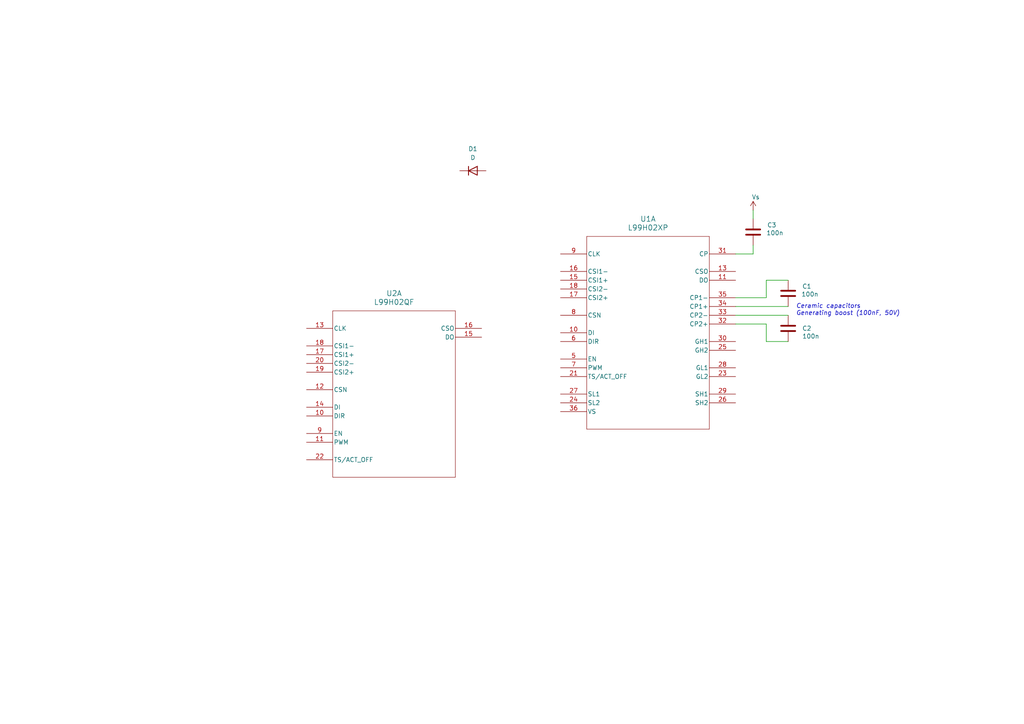
<source format=kicad_sch>
(kicad_sch (version 20231120) (generator "eeschema") (generator_version "8.0")
  (paper "A4")
  (lib_symbols
    (symbol "Device:C" (pin_numbers hide) (pin_names (offset 0.254))
      (property "Reference" "C" (at 0.635 2.54 0))
      (property "Value" "C" (at 0.635 -2.54 0))
      (symbol "C_0_1"
        (polyline (pts (xy -2.032 -0.762) (xy 2.032 -0.762)) (stroke (width 0.508)))
        (polyline (pts (xy -2.032 0.762) (xy 2.032 0.762)) (stroke (width 0.508)))
      )
      (symbol "C_1_1"
        (pin passive line (at 0 3.81 270) (length 2.794) (name "~") (number "1"))
        (pin passive line (at 0 -3.81 90) (length 2.794) (name "~") (number "2"))
      )
    )
    (symbol "Device:D" (pin_numbers hide) (pin_names (offset 1.016) hide)
      (property "Reference" "D" (at 0 2.54 0))
      (property "Value" "D" (at 0 -2.54 0))
      (symbol "D_0_1"
        (polyline (pts (xy -1.27 1.27) (xy -1.27 -1.27)) (stroke (width 0.254)))
        (polyline (pts (xy 1.27 0) (xy -1.27 0)))
        (polyline (pts (xy 1.27 1.27) (xy 1.27 -1.27) (xy -1.27 0) (xy 1.27 1.27)) (stroke (width 0.254)))
      )
      (symbol "D_1_1"
        (pin passive line (at -3.81 0 0) (length 2.54) (name "K") (number "1"))
        (pin passive line (at 3.81 0 180) (length 2.54) (name "A") (number "2"))
      )
    )
    (symbol "L99H02QF:L99H02QF" (pin_names (offset 0.254))
      (property "Reference" "U" (at 25.4 10.16 0))
      (property "Value" "L99H02QF" (at 25.4 7.62 0))
      (symbol "L99H02QF_1_1"
        (polyline (pts (xy 7.62 -43.18) (xy 43.18 -43.18)) (stroke (width 0.127)))
        (polyline (pts (xy 7.62 5.08) (xy 7.62 -43.18)) (stroke (width 0.127)))
        (polyline (pts (xy 43.18 -43.18) (xy 43.18 5.08)) (stroke (width 0.127)))
        (polyline (pts (xy 43.18 5.08) (xy 7.62 5.08)) (stroke (width 0.127)))
        (pin input line (at 0 -25.4 0) (length 7.62) (name "DIR") (number "10"))
        (pin input line (at 0 -33.02 0) (length 7.62) (name "PWM") (number "11"))
        (pin input line (at 0 -17.78 0) (length 7.62) (name "CSN") (number "12"))
        (pin input line (at 0 0 0) (length 7.62) (name "CLK") (number "13"))
        (pin input line (at 0 -22.86 0) (length 7.62) (name "DI") (number "14"))
        (pin output line (at 50.8 -2.54 180) (length 7.62) (name "DO") (number "15"))
        (pin output line (at 50.8 0 180) (length 7.62) (name "CSO") (number "16"))
        (pin input line (at 0 -7.62 0) (length 7.62) (name "CSI1+") (number "17"))
        (pin input line (at 0 -5.08 0) (length 7.62) (name "CSI1-") (number "18"))
        (pin input line (at 0 -12.7 0) (length 7.62) (name "CSI2+") (number "19"))
        (pin input line (at 0 -10.16 0) (length 7.62) (name "CSI2-") (number "20"))
        (pin unspecified line (at 0 -38.1 0) (length 7.62) (name "TS/ACT_OFF") (number "22"))
        (pin input line (at 0 -30.48 0) (length 7.62) (name "EN") (number "9"))
      )
      (symbol "L99H02QF_2_1"
        (polyline (pts (xy 7.62 -68.58) (xy 33.02 -68.58)) (stroke (width 0.127)))
        (polyline (pts (xy 7.62 5.08) (xy 7.62 -68.58)) (stroke (width 0.127)))
        (polyline (pts (xy 33.02 -68.58) (xy 33.02 5.08)) (stroke (width 0.127)))
        (polyline (pts (xy 33.02 5.08) (xy 7.62 5.08)) (stroke (width 0.127)))
        (pin power_in line (at 0 -10.16 0) (length 7.62) (name "CP2-") (number "1"))
        (pin power_in line (at 0 -7.62 0) (length 7.62) (name "CP1+") (number "2"))
        (pin no_connect line (at 0 0 0) (length 7.62) (name "NC") (number "21"))
        (pin power_in line (at 0 -27.94 0) (length 7.62) (name "GL2") (number "23"))
        (pin power_in line (at 0 -43.18 0) (length 7.62) (name "SL2") (number "24"))
        (pin power_in line (at 0 -20.32 0) (length 7.62) (name "GH2") (number "25"))
        (pin power_in line (at 0 -35.56 0) (length 7.62) (name "SH2") (number "26"))
        (pin power_in line (at 0 -40.64 0) (length 7.62) (name "SL1") (number "27"))
        (pin power_in line (at 0 -25.4 0) (length 7.62) (name "GL1") (number "28"))
        (pin power_in line (at 0 -33.02 0) (length 7.62) (name "SH1") (number "29"))
        (pin power_in line (at 0 -5.08 0) (length 7.62) (name "CP1-") (number "3"))
        (pin power_in line (at 0 -17.78 0) (length 7.62) (name "GH1") (number "30"))
        (pin power_in line (at 0 -2.54 0) (length 7.62) (name "CP") (number "31"))
        (pin power_in line (at 0 -12.7 0) (length 7.62) (name "CP2+") (number "32"))
        (pin power_in line (at 0 -55.88 0) (length 7.62) (name "VS") (number "4"))
        (pin power_out line (at 0 -60.96 0) (length 7.62) (name "GND") (number "5"))
        (pin power_out line (at 0 -63.5 0) (length 7.62) (name "GNDD") (number "6"))
        (pin power_in line (at 0 -50.8 0) (length 7.62) (name "VCCD") (number "7"))
        (pin power_in line (at 0 -48.26 0) (length 7.62) (name "VCC") (number "8"))
      )
    )
    (symbol "L99H02XP:L99H02XP" (pin_names (offset 0.254))
      (property "Reference" "U" (at 25.4 10.16 0))
      (property "Value" "L99H02XP" (at 25.4 7.62 0))
      (symbol "L99H02XP_1_1"
        (polyline (pts (xy 7.62 -50.8) (xy 43.18 -50.8)) (stroke (width 0.127)))
        (polyline (pts (xy 7.62 5.08) (xy 7.62 -50.8)) (stroke (width 0.127)))
        (polyline (pts (xy 43.18 -50.8) (xy 43.18 5.08)) (stroke (width 0.127)))
        (polyline (pts (xy 43.18 5.08) (xy 7.62 5.08)) (stroke (width 0.127)))
        (pin input line (at 0 -22.86 0) (length 7.62) (name "DI") (number "10"))
        (pin output line (at 50.8 -7.62 180) (length 7.62) (name "DO") (number "11"))
        (pin output line (at 50.8 -5.08 180) (length 7.62) (name "CSO") (number "13"))
        (pin input line (at 0 -7.62 0) (length 7.62) (name "CSI1+") (number "15"))
        (pin input line (at 0 -5.08 0) (length 7.62) (name "CSI1-") (number "16"))
        (pin input line (at 0 -12.7 0) (length 7.62) (name "CSI2+") (number "17"))
        (pin input line (at 0 -10.16 0) (length 7.62) (name "CSI2-") (number "18"))
        (pin input line (at 0 -35.56 0) (length 7.62) (name "TS/ACT_OFF") (number "21"))
        (pin unspecified line (at 50.8 -35.56 180) (length 7.62) (name "GL2") (number "23"))
        (pin unspecified line (at 0 -43.18 0) (length 7.62) (name "SL2") (number "24"))
        (pin unspecified line (at 50.8 -27.94 180) (length 7.62) (name "GH2") (number "25"))
        (pin unspecified line (at 50.8 -43.18 180) (length 7.62) (name "SH2") (number "26"))
        (pin unspecified line (at 0 -40.64 0) (length 7.62) (name "SL1") (number "27"))
        (pin unspecified line (at 50.8 -33.02 180) (length 7.62) (name "GL1") (number "28"))
        (pin unspecified line (at 50.8 -40.64 180) (length 7.62) (name "SH1") (number "29"))
        (pin unspecified line (at 50.8 -25.4 180) (length 7.62) (name "GH1") (number "30"))
        (pin output line (at 50.8 0 180) (length 7.62) (name "CP") (number "31"))
        (pin unspecified line (at 50.8 -20.32 180) (length 7.62) (name "CP2+") (number "32"))
        (pin unspecified line (at 50.8 -17.78 180) (length 7.62) (name "CP2-") (number "33"))
        (pin unspecified line (at 50.8 -15.24 180) (length 7.62) (name "CP1+") (number "34"))
        (pin unspecified line (at 50.8 -12.7 180) (length 7.62) (name "CP1-") (number "35"))
        (pin unspecified line (at 0 -45.72 0) (length 7.62) (name "VS") (number "36"))
        (pin input line (at 0 -30.48 0) (length 7.62) (name "EN") (number "5"))
        (pin input line (at 0 -25.4 0) (length 7.62) (name "DIR") (number "6"))
        (pin input line (at 0 -33.02 0) (length 7.62) (name "PWM") (number "7"))
        (pin input line (at 0 -17.78 0) (length 7.62) (name "CSN") (number "8"))
        (pin input line (at 0 0 0) (length 7.62) (name "CLK") (number "9"))
      )
      (symbol "L99H02XP_2_1"
        (polyline (pts (xy 7.62 -33.02) (xy 33.02 -33.02)) (stroke (width 0.127)))
        (polyline (pts (xy 7.62 7.62) (xy 7.62 -33.02)) (stroke (width 0.127)))
        (polyline (pts (xy 33.02 -33.02) (xy 33.02 7.62)) (stroke (width 0.127)))
        (polyline (pts (xy 33.02 7.62) (xy 7.62 7.62)) (stroke (width 0.127)))
        (pin power_out line (at 0 -25.4 0) (length 7.62) (name "GND") (number "1"))
        (pin no_connect line (at 0 0 0) (length 7.62) (name "NC") (number "12"))
        (pin no_connect line (at 0 -2.54 0) (length 7.62) (name "NC") (number "14"))
        (pin no_connect line (at 0 -5.08 0) (length 7.62) (name "NC") (number "19"))
        (pin power_out line (at 0 -27.94 0) (length 7.62) (name "GNDD") (number "2"))
        (pin no_connect line (at 0 -7.62 0) (length 7.62) (name "NC") (number "20"))
        (pin no_connect line (at 0 -10.16 0) (length 7.62) (name "NC") (number "22"))
        (pin power_in line (at 0 -17.78 0) (length 7.62) (name "VCCD") (number "3"))
        (pin power_out line (at 0 -20.32 0) (length 7.62) (name "EPAD") (number "37"))
        (pin power_in line (at 0 -15.24 0) (length 7.62) (name "VCC") (number "4"))
      )
    )
    (symbol "power:+3.3V" (power) (pin_numbers hide) (pin_names (offset 0) hide)
      (property "Value" "+3.3V" (at 0 3.556 0))
      (symbol "+3.3V_0_1"
        (polyline (pts (xy -0.762 1.27) (xy 0 2.54)))
        (polyline (pts (xy 0 0) (xy 0 2.54)))
        (polyline (pts (xy 0 2.54) (xy 0.762 1.27)))
      )
      (symbol "+3.3V_1_1"
        (pin power_in line (at 0 0 90) (length 0) (name "~") (number "1"))
      )
    )
  )
  (wire (pts (xy 213.36 88.9) (xy 228.6 88.9)))
  (wire (pts (xy 218.44 73.66) (xy 218.44 71.12)))
  (wire (pts (xy 213.36 93.98) (xy 222.25 93.98)))
  (wire (pts (xy 222.25 86.36) (xy 222.25 81.28)))
  (wire (pts (xy 213.36 86.36) (xy 222.25 86.36)))
  (wire (pts (xy 222.25 99.06) (xy 228.6 99.06)))
  (wire (pts (xy 222.25 93.98) (xy 222.25 99.06)))
  (wire (pts (xy 213.36 73.66) (xy 218.44 73.66)))
  (wire (pts (xy 213.36 91.44) (xy 228.6 91.44)))
  (wire (pts (xy 218.44 60.96) (xy 218.44 63.5)))
  (wire (pts (xy 222.25 81.28) (xy 228.6 81.28)))
  (text "Ceramic capacitors\nGenerating boost (100nF, 50V)" (at 230.886 89.916 0) (effects (font (size 1.27 1.27) (italic yes)) (justify left)))
  (symbol (lib_id "L99H02XP:L99H02XP") (at 162.56 73.66 0) (unit 1)
    (property "Reference" "U1" (at 187.96 63.5 0) (effects (font (size 1.524 1.524))))
    (property "Value" "L99H02XP" (at 187.96 66.04 0) (effects (font (size 1.524 1.524))))
    (property "Footprint" "L99H02XP:POWERSSO36-A_7P6X10P5X0P5_STM" (effects (hide yes)))
    (property "Datasheet" "L99H02XP" (effects (hide yes)))
  )
  (symbol (lib_id "power:+3.3V") (at 218.44 60.96 0) (unit 1)
    (property "Reference" "#PWR1" (effects (hide yes)))
    (property "Value" "Vs" (at 219.202 57.15 0))
    (property "Description" "Power symbol creates a global label with name \"+3.3V\"" (effects (hide yes)))
  )
  (symbol (lib_id "Device:C") (at 228.6 85.09 0) (unit 1)
    (property "Reference" "C1" (at 232.664 83.058 0) (effects (justify left)))
    (property "Value" "100n" (at 232.41 85.344 0) (effects (justify left)))
    (property "Description" "Unpolarized capacitor" (effects (hide yes)))
  )
  (symbol (lib_id "Device:C") (at 228.6 95.25 0) (unit 1)
    (property "Reference" "C2" (at 232.664 95.25 0) (effects (justify left)))
    (property "Value" "100n" (at 232.664 97.536 0) (effects (justify left)))
    (property "Description" "Unpolarized capacitor" (effects (hide yes)))
  )
  (symbol (lib_id "L99H02QF:L99H02QF") (at 88.9 95.25 0) (unit 1)
    (property "Reference" "U2" (at 114.3 85.09 0) (effects (font (size 1.524 1.524))))
    (property "Value" "L99H02QF" (at 114.3 87.63 0) (effects (font (size 1.524 1.524))))
    (property "Footprint" "L99H02QF:LQFP32_STM" (effects (hide yes)))
    (property "Datasheet" "L99H02QF" (effects (hide yes)))
  )
  (symbol (lib_id "Device:C") (at 218.44 67.31 0) (unit 1)
    (property "Reference" "C3" (at 222.504 65.278 0) (effects (justify left)))
    (property "Value" "100n" (at 222.25 67.564 0) (effects (justify left)))
    (property "Description" "Unpolarized capacitor" (effects (hide yes)))
  )
  (symbol (lib_id "Device:D") (at 137.16 49.53 0) (unit 1)
    (property "Reference" "D1" (at 137.16 43.18 0))
    (property "Value" "D" (at 137.16 45.72 0))
    (property "Description" "STTH8R06D" (effects (hide yes)))
    (property "Sim.Device" "D" (effects (hide yes)))
    (property "Sim.Pins" "1=K 2=A" (effects (hide yes)))
  )
)
</source>
